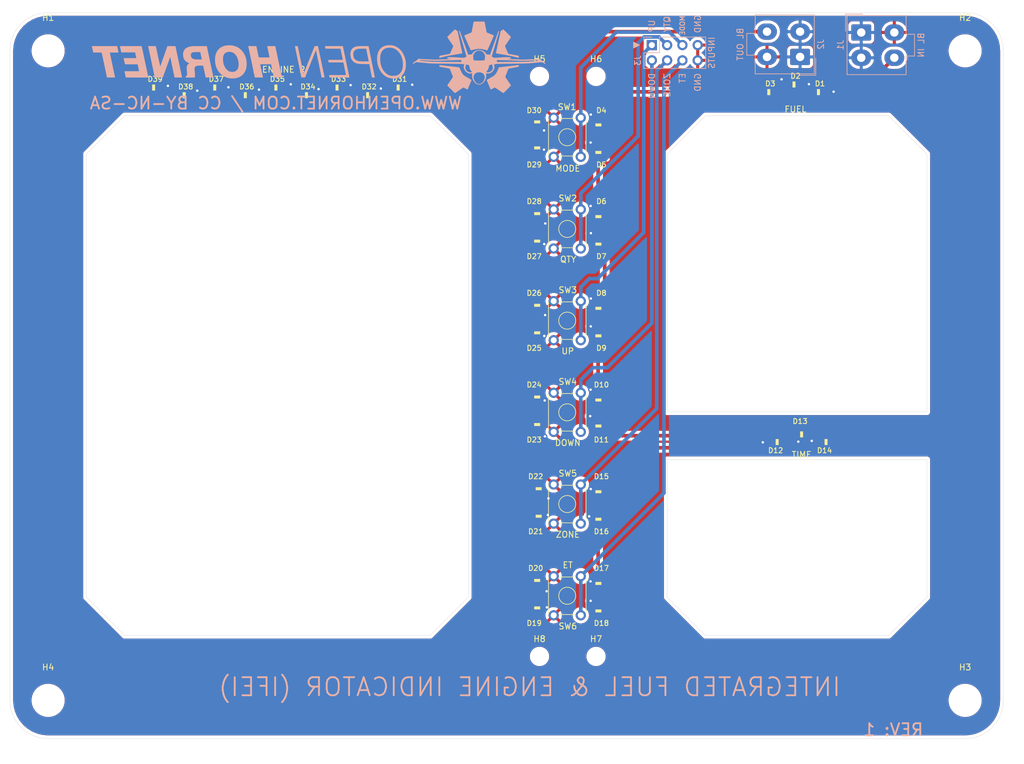
<source format=kicad_pcb>
(kicad_pcb (version 20171130) (host pcbnew "(5.1.9)-1")
  (layers (0 F.Cu signal) (31 B.Cu signal) (34 B.Paste user) (35 F.Paste user) (36 B.SilkS user) (37 F.SilkS user) (38 B.Mask user) (39 F.Mask user) (44 Edge.Cuts user))
  (net 0 "")
  (net 1 GND)
  (net 2 /BL_+5V)
  (net 3 /BL_DIN)
  (net 4 "Net-(D2-Pad1)")
  (net 5 "Net-(D3-Pad1)")
  (net 6 "Net-(D4-Pad1)")
  (net 7 "Net-(D5-Pad1)")
  (net 8 "Net-(D6-Pad1)")
  (net 9 "Net-(D7-Pad1)")
  (net 10 /BL_DATA1)
  (net 11 "Net-(D10-Pad1)")
  (net 12 "Net-(D11-Pad1)")
  (net 13 "Net-(D12-Pad1)")
  (net 14 "Net-(D13-Pad1)")
  (net 15 "Net-(D14-Pad1)")
  (net 16 "Net-(D15-Pad1)")
  (net 17 /BL_DATA2)
  (net 18 "Net-(D18-Pad1)")
  (net 19 "Net-(D19-Pad1)")
  (net 20 "Net-(D20-Pad1)")
  (net 21 "Net-(D21-Pad1)")
  (net 22 "Net-(D22-Pad1)")
  (net 23 "Net-(D23-Pad1)")
  (net 24 /BL_DATA3)
  (net 25 "Net-(D26-Pad1)")
  (net 26 "Net-(D27-Pad1)")
  (net 27 "Net-(D28-Pad1)")
  (net 28 "Net-(D29-Pad1)")
  (net 29 "Net-(D30-Pad1)")
  (net 30 "Net-(D31-Pad1)")
  (net 31 /BL_DOUT)
  (net 32 /ET_SW)
  (net 33 /ZONE_SW)
  (net 34 /DOWN_SW)
  (net 35 /UP_SW)
  (net 36 /QTY_SW)
  (net 37 /MODE_SW)
  (net 38 "Net-(D1-Pad1)")
  (net 39 "Net-(D10-Pad3)")
  (net 40 "Net-(D17-Pad1)")
  (net 41 "Net-(D25-Pad1)")
  (net 42 /BL_DATA4)
  (net 43 "Net-(D33-Pad1)")
  (net 44 "Net-(D34-Pad1)")
  (net 45 "Net-(D35-Pad1)")
  (net 46 "Net-(D36-Pad1)")
  (net 47 "Net-(D37-Pad1)")
  (net 48 "Net-(D38-Pad1)")
  (module "KiCAD Libraries:OH_LOGO_75.4mm_11.9mm" (layer B.Cu) (at 119.252999 39.5605 180)
    (fp_text reference G*** hide)
    (fp_text value LOGO hide)
  )
  (module MountingHole:MountingHole_2.2mm_M2_DIN965 (layer F.Cu) (at 155.956 139.128501)
    (fp_text reference H8 (at 0 -2.9) (layer F.SilkS))
    (fp_text value MountingHole)
    (pad 1 np_thru_hole circle (at 0 0) (size 2.2 2.2) (drill 2.2) (layers *.Cu *.Mask))
  )
  (module MountingHole:MountingHole_2.2mm_M2_DIN965 (layer F.Cu) (at 165.353999 139.128501)
    (fp_text reference H7 (at 0 -2.9) (layer F.SilkS))
    (fp_text value MountingHole)
    (pad 1 np_thru_hole circle (at 0 0) (size 2.2 2.2) (drill 2.2) (layers *.Cu *.Mask))
  )
  (module MountingHole:MountingHole_2.2mm_M2_DIN965 (layer F.Cu) (at 165.353999 42.735501)
    (fp_text reference H6 (at 0 -2.9) (layer F.SilkS))
    (fp_text value MountingHole)
    (pad 1 np_thru_hole circle (at 0 0) (size 2.2 2.2) (drill 2.2) (layers *.Cu *.Mask))
  )
  (module MountingHole:MountingHole_2.2mm_M2_DIN965 (layer F.Cu) (at 155.956 42.735501)
    (fp_text reference H5 (at 0 -2.9) (layer F.SilkS))
    (fp_text value MountingHole)
    (pad 1 np_thru_hole circle (at 0 0) (size 2.2 2.2) (drill 2.2) (layers *.Cu *.Mask))
  )
  (module "KiCAD Libraries:WS2812-2020" (layer F.Cu) (at 92.075 45.085 180)
    (fp_text reference D39 (at 0 1.905) (layer F.SilkS) (effects (font (size 0.85 0.85))))
    (fp_text value LED hide)
    (pad 4 smd rect (at -0.915 0.55 180) (size 0.7 0.7) (layers F.Cu F.Paste F.Mask) (net 2 /BL_+5V))
    (pad 3 smd rect (at -0.915 -0.55 180) (size 0.7 0.7) (layers F.Cu F.Paste F.Mask) (net 48 "Net-(D38-Pad1)"))
    (pad 2 smd rect (at 0.915 -0.55 180) (size 0.7 0.7) (layers F.Cu F.Paste F.Mask) (net 1 GND))
    (pad 1 smd rect (at 0.915 0.55 180) (size 0.7 0.7) (layers F.Cu F.Paste F.Mask) (net 31 /BL_DOUT))
  )
  (module "KiCAD Libraries:WS2812-2020" (layer F.Cu) (at 97.155 46.355 180)
    (fp_text reference D38 (at 0 1.905) (layer F.SilkS) (effects (font (size 0.85 0.85))))
    (fp_text value LED hide)
    (pad 4 smd rect (at -0.915 0.55 180) (size 0.7 0.7) (layers F.Cu F.Paste F.Mask) (net 2 /BL_+5V))
    (pad 3 smd rect (at -0.915 -0.55 180) (size 0.7 0.7) (layers F.Cu F.Paste F.Mask) (net 47 "Net-(D37-Pad1)"))
    (pad 2 smd rect (at 0.915 -0.55 180) (size 0.7 0.7) (layers F.Cu F.Paste F.Mask) (net 1 GND))
    (pad 1 smd rect (at 0.915 0.55 180) (size 0.7 0.7) (layers F.Cu F.Paste F.Mask) (net 48 "Net-(D38-Pad1)"))
  )
  (module "KiCAD Libraries:WS2812-2020" (layer F.Cu) (at 102.235 45.085 180)
    (fp_text reference D37 (at 0 1.905) (layer F.SilkS) (effects (font (size 0.85 0.85))))
    (fp_text value LED hide)
    (pad 4 smd rect (at -0.915 0.55 180) (size 0.7 0.7) (layers F.Cu F.Paste F.Mask) (net 2 /BL_+5V))
    (pad 3 smd rect (at -0.915 -0.55 180) (size 0.7 0.7) (layers F.Cu F.Paste F.Mask) (net 46 "Net-(D36-Pad1)"))
    (pad 2 smd rect (at 0.915 -0.55 180) (size 0.7 0.7) (layers F.Cu F.Paste F.Mask) (net 1 GND))
    (pad 1 smd rect (at 0.915 0.55 180) (size 0.7 0.7) (layers F.Cu F.Paste F.Mask) (net 47 "Net-(D37-Pad1)"))
  )
  (module "KiCAD Libraries:WS2812-2020" (layer F.Cu) (at 107.315 46.355 180)
    (fp_text reference D36 (at 0 1.905) (layer F.SilkS) (effects (font (size 0.85 0.85))))
    (fp_text value LED hide)
    (pad 4 smd rect (at -0.915 0.55 180) (size 0.7 0.7) (layers F.Cu F.Paste F.Mask) (net 2 /BL_+5V))
    (pad 3 smd rect (at -0.915 -0.55 180) (size 0.7 0.7) (layers F.Cu F.Paste F.Mask) (net 45 "Net-(D35-Pad1)"))
    (pad 2 smd rect (at 0.915 -0.55 180) (size 0.7 0.7) (layers F.Cu F.Paste F.Mask) (net 1 GND))
    (pad 1 smd rect (at 0.915 0.55 180) (size 0.7 0.7) (layers F.Cu F.Paste F.Mask) (net 46 "Net-(D36-Pad1)"))
  )
  (module "KiCAD Libraries:WS2812-2020" (layer F.Cu) (at 112.395 45.085 180)
    (fp_text reference D35 (at 0 1.905) (layer F.SilkS) (effects (font (size 0.85 0.85))))
    (fp_text value LED hide)
    (pad 4 smd rect (at -0.915 0.55 180) (size 0.7 0.7) (layers F.Cu F.Paste F.Mask) (net 2 /BL_+5V))
    (pad 3 smd rect (at -0.915 -0.55 180) (size 0.7 0.7) (layers F.Cu F.Paste F.Mask) (net 44 "Net-(D34-Pad1)"))
    (pad 2 smd rect (at 0.915 -0.55 180) (size 0.7 0.7) (layers F.Cu F.Paste F.Mask) (net 1 GND))
    (pad 1 smd rect (at 0.915 0.55 180) (size 0.7 0.7) (layers F.Cu F.Paste F.Mask) (net 45 "Net-(D35-Pad1)"))
  )
  (module "KiCAD Libraries:WS2812-2020" (layer F.Cu) (at 117.475 46.355 180)
    (fp_text reference D34 (at 0 1.905) (layer F.SilkS) (effects (font (size 0.85 0.85))))
    (fp_text value LED hide)
    (pad 4 smd rect (at -0.915 0.55 180) (size 0.7 0.7) (layers F.Cu F.Paste F.Mask) (net 2 /BL_+5V))
    (pad 3 smd rect (at -0.915 -0.55 180) (size 0.7 0.7) (layers F.Cu F.Paste F.Mask) (net 43 "Net-(D33-Pad1)"))
    (pad 2 smd rect (at 0.915 -0.55 180) (size 0.7 0.7) (layers F.Cu F.Paste F.Mask) (net 1 GND))
    (pad 1 smd rect (at 0.915 0.55 180) (size 0.7 0.7) (layers F.Cu F.Paste F.Mask) (net 44 "Net-(D34-Pad1)"))
  )
  (module "KiCAD Libraries:WS2812-2020" (layer F.Cu) (at 122.555 45.085 180)
    (fp_text reference D33 (at 0 1.905) (layer F.SilkS) (effects (font (size 0.85 0.85))))
    (fp_text value LED hide)
    (pad 4 smd rect (at -0.915 0.55 180) (size 0.7 0.7) (layers F.Cu F.Paste F.Mask) (net 2 /BL_+5V))
    (pad 3 smd rect (at -0.915 -0.55 180) (size 0.7 0.7) (layers F.Cu F.Paste F.Mask) (net 42 /BL_DATA4))
    (pad 2 smd rect (at 0.915 -0.55 180) (size 0.7 0.7) (layers F.Cu F.Paste F.Mask) (net 1 GND))
    (pad 1 smd rect (at 0.915 0.55 180) (size 0.7 0.7) (layers F.Cu F.Paste F.Mask) (net 43 "Net-(D33-Pad1)"))
  )
  (module Button_Switch_THT:SW_TH_Tactile_Omron_B3F-10xx (layer F.Cu) (at 162.814 125.7935 270)
    (fp_text reference SW6 (at 8.3185 2.159 180) (layer F.SilkS))
    (fp_text value ET (at -1.8415 2.159 180) (layer F.SilkS))
    (pad 1 thru_hole circle (at 0 0 270) (size 1.7 1.7) (drill 1) (layers *.Cu *.Mask) (net 32 /ET_SW))
    (pad 2 thru_hole circle (at 6.5 0 270) (size 1.7 1.7) (drill 1) (layers *.Cu *.Mask) (net 32 /ET_SW))
    (pad 3 thru_hole circle (at 0 4.5 270) (size 1.7 1.7) (drill 1) (layers *.Cu *.Mask) (net 1 GND))
    (pad 4 thru_hole circle (at 6.5 4.5 270) (size 1.7 1.7) (drill 1) (layers *.Cu *.Mask) (net 1 GND))
  )
  (module Button_Switch_THT:SW_TH_Tactile_Omron_B3F-10xx (layer F.Cu) (at 162.814 110.5535 270)
    (fp_text reference SW5 (at -1.8415 2.159 180) (layer F.SilkS))
    (fp_text value ZONE (at 8.3185 2.159 180) (layer F.SilkS))
    (pad 1 thru_hole circle (at 0 0 270) (size 1.7 1.7) (drill 1) (layers *.Cu *.Mask) (net 33 /ZONE_SW))
    (pad 2 thru_hole circle (at 6.5 0 270) (size 1.7 1.7) (drill 1) (layers *.Cu *.Mask) (net 33 /ZONE_SW))
    (pad 3 thru_hole circle (at 0 4.5 270) (size 1.7 1.7) (drill 1) (layers *.Cu *.Mask) (net 1 GND))
    (pad 4 thru_hole circle (at 6.5 4.5 270) (size 1.7 1.7) (drill 1) (layers *.Cu *.Mask) (net 1 GND))
  )
  (module Button_Switch_THT:SW_TH_Tactile_Omron_B3F-10xx (layer F.Cu) (at 162.814 95.313501 270)
    (fp_text reference SW4 (at -1.841501 2.159 180) (layer F.SilkS))
    (fp_text value DOWN (at 8.318499 2.159 180) (layer F.SilkS))
    (pad 1 thru_hole circle (at 0 0 270) (size 1.7 1.7) (drill 1) (layers *.Cu *.Mask) (net 34 /DOWN_SW))
    (pad 2 thru_hole circle (at 6.5 0 270) (size 1.7 1.7) (drill 1) (layers *.Cu *.Mask) (net 34 /DOWN_SW))
    (pad 3 thru_hole circle (at 0 4.5 270) (size 1.7 1.7) (drill 1) (layers *.Cu *.Mask) (net 1 GND))
    (pad 4 thru_hole circle (at 6.5 4.5 270) (size 1.7 1.7) (drill 1) (layers *.Cu *.Mask) (net 1 GND))
  )
  (module Button_Switch_THT:SW_TH_Tactile_Omron_B3F-10xx (layer F.Cu) (at 162.814 80.073501 270)
    (fp_text reference SW3 (at -1.841501 2.159 180) (layer F.SilkS))
    (fp_text value UP (at 8.318499 2.159 180) (layer F.SilkS))
    (pad 1 thru_hole circle (at 0 0 270) (size 1.7 1.7) (drill 1) (layers *.Cu *.Mask) (net 35 /UP_SW))
    (pad 2 thru_hole circle (at 6.5 0 270) (size 1.7 1.7) (drill 1) (layers *.Cu *.Mask) (net 35 /UP_SW))
    (pad 3 thru_hole circle (at 0 4.5 270) (size 1.7 1.7) (drill 1) (layers *.Cu *.Mask) (net 1 GND))
    (pad 4 thru_hole circle (at 6.5 4.5 270) (size 1.7 1.7) (drill 1) (layers *.Cu *.Mask) (net 1 GND))
  )
  (module Button_Switch_THT:SW_TH_Tactile_Omron_B3F-10xx (layer F.Cu) (at 162.814 64.833501 270)
    (fp_text reference SW2 (at -1.841501 2.159 180) (layer F.SilkS))
    (fp_text value QTY (at 8.318499 2.0955 180) (layer F.SilkS))
    (pad 1 thru_hole circle (at 0 0 270) (size 1.7 1.7) (drill 1) (layers *.Cu *.Mask) (net 36 /QTY_SW))
    (pad 2 thru_hole circle (at 6.5 0 270) (size 1.7 1.7) (drill 1) (layers *.Cu *.Mask) (net 36 /QTY_SW))
    (pad 3 thru_hole circle (at 0 4.5 270) (size 1.7 1.7) (drill 1) (layers *.Cu *.Mask) (net 1 GND))
    (pad 4 thru_hole circle (at 6.5 4.5 270) (size 1.7 1.7) (drill 1) (layers *.Cu *.Mask) (net 1 GND))
  )
  (module Button_Switch_THT:SW_TH_Tactile_Omron_B3F-10xx (layer F.Cu) (at 162.814 49.5935 270)
    (fp_text reference SW1 (at -1.778 2.286 180) (layer F.SilkS))
    (fp_text value MODE (at 8.4455 2.159 180) (layer F.SilkS))
    (pad 1 thru_hole circle (at 0 0 270) (size 1.7 1.7) (drill 1) (layers *.Cu *.Mask) (net 37 /MODE_SW))
    (pad 2 thru_hole circle (at 6.5 0 270) (size 1.7 1.7) (drill 1) (layers *.Cu *.Mask) (net 37 /MODE_SW))
    (pad 3 thru_hole circle (at 0 4.5 270) (size 1.7 1.7) (drill 1) (layers *.Cu *.Mask) (net 1 GND))
    (pad 4 thru_hole circle (at 6.5 4.5 270) (size 1.7 1.7) (drill 1) (layers *.Cu *.Mask) (net 1 GND))
  )
  (module Connector_PinHeader_2.54mm:PinHeader_2x04_P2.54mm_Vertical (layer B.Cu) (at 174.624999 37.5285 270)
    (fp_text reference J3 (at 2.54 2.33 270) (layer B.SilkS) (effects (justify mirror)))
    (fp_text value INPUTS (at 1.27 -9.95 270) (layer B.SilkS) (effects (justify mirror)))
    (pad 8 thru_hole oval (at 2.54 -7.62 270) (size 1.7 1.7) (drill 1) (layers *.Cu *.Mask) (net 1 GND))
    (pad 7 thru_hole oval (at 0 -7.62 270) (size 1.7 1.7) (drill 1) (layers *.Cu *.Mask) (net 1 GND))
    (pad 6 thru_hole oval (at 2.54 -5.08 270) (size 1.7 1.7) (drill 1) (layers *.Cu *.Mask) (net 32 /ET_SW))
    (pad 5 thru_hole oval (at 0 -5.08 270) (size 1.7 1.7) (drill 1) (layers *.Cu *.Mask) (net 37 /MODE_SW))
    (pad 4 thru_hole oval (at 2.54 -2.54 270) (size 1.7 1.7) (drill 1) (layers *.Cu *.Mask) (net 33 /ZONE_SW))
    (pad 3 thru_hole oval (at 0 -2.54 270) (size 1.7 1.7) (drill 1) (layers *.Cu *.Mask) (net 36 /QTY_SW))
    (pad 2 thru_hole oval (at 2.54 0 270) (size 1.7 1.7) (drill 1) (layers *.Cu *.Mask) (net 34 /DOWN_SW))
    (pad 1 thru_hole rect (at 0 0 270) (size 1.7 1.7) (drill 1) (layers *.Cu *.Mask) (net 35 /UP_SW))
  )
  (module Connector_Molex:Molex_Mini-Fit_Jr_5566-04A_2x02_P4.20mm_Vertical (layer B.Cu) (at 199.263 39.497 90)
    (fp_text reference J2 (at 2.1 3.45 90) (layer B.SilkS) (effects (justify mirror)))
    (fp_text value "BL OUT" (at 2.1 -9.95 90) (layer B.SilkS) (effects (justify mirror)))
    (pad 4 thru_hole oval (at 4.2 -5.5 90) (size 2.7 3.3) (drill 1.4) (layers *.Cu *.Mask) (net 31 /BL_DOUT))
    (pad 3 thru_hole oval (at 0 -5.5 90) (size 2.7 3.3) (drill 1.4) (layers *.Cu *.Mask) (net 1 GND))
    (pad 2 thru_hole oval (at 4.2 0 90) (size 2.7 3.3) (drill 1.4) (layers *.Cu *.Mask) (net 2 /BL_+5V))
    (pad 1 thru_hole roundrect (at 0 0 90) (size 2.7 3.3) (drill 1.4) (layers *.Cu *.Mask) (roundrect_rratio 0.09259296296296296) (net 2 /BL_+5V))
  )
  (module Connector_Molex:Molex_Mini-Fit_Jr_5566-04A_2x02_P4.20mm_Vertical (layer B.Cu) (at 209.423 35.433 270)
    (fp_text reference J1 (at 2.1 3.45 270) (layer B.SilkS) (effects (justify mirror)))
    (fp_text value "BL IN" (at 2.1 -9.95 270) (layer B.SilkS) (effects (justify mirror)))
    (pad 4 thru_hole oval (at 4.2 -5.5 270) (size 2.7 3.3) (drill 1.4) (layers *.Cu *.Mask) (net 3 /BL_DIN))
    (pad 3 thru_hole oval (at 0 -5.5 270) (size 2.7 3.3) (drill 1.4) (layers *.Cu *.Mask) (net 1 GND))
    (pad 2 thru_hole oval (at 4.2 0 270) (size 2.7 3.3) (drill 1.4) (layers *.Cu *.Mask) (net 2 /BL_+5V))
    (pad 1 thru_hole roundrect (at 0 0 270) (size 2.7 3.3) (drill 1.4) (layers *.Cu *.Mask) (roundrect_rratio 0.09259296296296296) (net 2 /BL_+5V))
  )
  (module MountingHole:MountingHole_4.5mm (layer F.Cu) (at 74.295 146.431)
    (fp_text reference H4 (at 0 -5.5) (layer F.SilkS))
    (fp_text value MountingHole)
    (pad 1 np_thru_hole circle (at 0 0) (size 4.5 4.5) (drill 4.5) (layers *.Cu *.Mask))
  )
  (module MountingHole:MountingHole_4.5mm (layer F.Cu) (at 226.695 146.431)
    (fp_text reference H3 (at 0 -5.5) (layer F.SilkS))
    (fp_text value MountingHole)
    (pad 1 np_thru_hole circle (at 0 0) (size 4.5 4.5) (drill 4.5) (layers *.Cu *.Mask))
  )
  (module MountingHole:MountingHole_4.5mm (layer F.Cu) (at 226.695 38.481)
    (fp_text reference H2 (at 0 -5.5) (layer F.SilkS))
    (fp_text value MountingHole)
    (pad 1 np_thru_hole circle (at 0 0) (size 4.5 4.5) (drill 4.5) (layers *.Cu *.Mask))
  )
  (module MountingHole:MountingHole_4.5mm (layer F.Cu) (at 74.295 38.481)
    (fp_text reference H1 (at 0 -5.5) (layer F.SilkS))
    (fp_text value MountingHole)
    (pad 1 np_thru_hole circle (at 0 0) (size 4.5 4.5) (drill 4.5) (layers *.Cu *.Mask))
  )
  (module "KiCAD Libraries:WS2812-2020" (layer F.Cu) (at 127.635 46.355 180)
    (fp_text reference D32 (at 0 1.905) (layer F.SilkS) (effects (font (size 0.85 0.85))))
    (fp_text value LED hide)
    (pad 4 smd rect (at -0.915 0.55 180) (size 0.7 0.7) (layers F.Cu F.Paste F.Mask) (net 2 /BL_+5V))
    (pad 3 smd rect (at -0.915 -0.55 180) (size 0.7 0.7) (layers F.Cu F.Paste F.Mask) (net 30 "Net-(D31-Pad1)"))
    (pad 2 smd rect (at 0.915 -0.55 180) (size 0.7 0.7) (layers F.Cu F.Paste F.Mask) (net 1 GND))
    (pad 1 smd rect (at 0.915 0.55 180) (size 0.7 0.7) (layers F.Cu F.Paste F.Mask) (net 42 /BL_DATA4))
  )
  (module "KiCAD Libraries:WS2812-2020" (layer F.Cu) (at 132.715 45.085 180)
    (fp_text reference D31 (at 0 1.905) (layer F.SilkS) (effects (font (size 0.85 0.85))))
    (fp_text value LED hide)
    (pad 4 smd rect (at -0.915 0.55 180) (size 0.7 0.7) (layers F.Cu F.Paste F.Mask) (net 2 /BL_+5V))
    (pad 3 smd rect (at -0.915 -0.55 180) (size 0.7 0.7) (layers F.Cu F.Paste F.Mask) (net 29 "Net-(D30-Pad1)"))
    (pad 2 smd rect (at 0.915 -0.55 180) (size 0.7 0.7) (layers F.Cu F.Paste F.Mask) (net 1 GND))
    (pad 1 smd rect (at 0.915 0.55 180) (size 0.7 0.7) (layers F.Cu F.Paste F.Mask) (net 30 "Net-(D31-Pad1)"))
  )
  (module "KiCAD Libraries:WS2812-2020" (layer F.Cu) (at 155.067 50.546 90)
    (fp_text reference D30 (at 2.159 0 180) (layer F.SilkS) (effects (font (size 0.85 0.85))))
    (fp_text value LED hide)
    (pad 4 smd rect (at -0.915 0.55 90) (size 0.7 0.7) (layers F.Cu F.Paste F.Mask) (net 2 /BL_+5V))
    (pad 3 smd rect (at -0.915 -0.55 90) (size 0.7 0.7) (layers F.Cu F.Paste F.Mask) (net 28 "Net-(D29-Pad1)"))
    (pad 2 smd rect (at 0.915 -0.55 90) (size 0.7 0.7) (layers F.Cu F.Paste F.Mask) (net 1 GND))
    (pad 1 smd rect (at 0.915 0.55 90) (size 0.7 0.7) (layers F.Cu F.Paste F.Mask) (net 29 "Net-(D30-Pad1)"))
  )
  (module "KiCAD Libraries:WS2812-2020" (layer F.Cu) (at 155.067 54.864 90)
    (fp_text reference D29 (at -2.54 0 180) (layer F.SilkS) (effects (font (size 0.85 0.85))))
    (fp_text value LED hide)
    (pad 4 smd rect (at -0.915 0.55 90) (size 0.7 0.7) (layers F.Cu F.Paste F.Mask) (net 2 /BL_+5V))
    (pad 3 smd rect (at -0.915 -0.55 90) (size 0.7 0.7) (layers F.Cu F.Paste F.Mask) (net 27 "Net-(D28-Pad1)"))
    (pad 2 smd rect (at 0.915 -0.55 90) (size 0.7 0.7) (layers F.Cu F.Paste F.Mask) (net 1 GND))
    (pad 1 smd rect (at 0.915 0.55 90) (size 0.7 0.7) (layers F.Cu F.Paste F.Mask) (net 28 "Net-(D29-Pad1)"))
  )
  (module "KiCAD Libraries:WS2812-2020" (layer F.Cu) (at 155.067 65.786 90)
    (fp_text reference D28 (at 2.286 0 180) (layer F.SilkS) (effects (font (size 0.85 0.85))))
    (fp_text value LED hide)
    (pad 4 smd rect (at -0.915 0.55 90) (size 0.7 0.7) (layers F.Cu F.Paste F.Mask) (net 2 /BL_+5V))
    (pad 3 smd rect (at -0.915 -0.55 90) (size 0.7 0.7) (layers F.Cu F.Paste F.Mask) (net 26 "Net-(D27-Pad1)"))
    (pad 2 smd rect (at 0.915 -0.55 90) (size 0.7 0.7) (layers F.Cu F.Paste F.Mask) (net 1 GND))
    (pad 1 smd rect (at 0.915 0.55 90) (size 0.7 0.7) (layers F.Cu F.Paste F.Mask) (net 27 "Net-(D28-Pad1)"))
  )
  (module "KiCAD Libraries:WS2812-2020" (layer F.Cu) (at 155.067 70.358 90)
    (fp_text reference D27 (at -2.286 0 180) (layer F.SilkS) (effects (font (size 0.85 0.85))))
    (fp_text value LED hide)
    (pad 4 smd rect (at -0.915 0.55 90) (size 0.7 0.7) (layers F.Cu F.Paste F.Mask) (net 2 /BL_+5V))
    (pad 3 smd rect (at -0.915 -0.55 90) (size 0.7 0.7) (layers F.Cu F.Paste F.Mask) (net 25 "Net-(D26-Pad1)"))
    (pad 2 smd rect (at 0.915 -0.55 90) (size 0.7 0.7) (layers F.Cu F.Paste F.Mask) (net 1 GND))
    (pad 1 smd rect (at 0.915 0.55 90) (size 0.7 0.7) (layers F.Cu F.Paste F.Mask) (net 26 "Net-(D27-Pad1)"))
  )
  (module "KiCAD Libraries:WS2812-2020" (layer F.Cu) (at 155.067 81.026 90)
    (fp_text reference D26 (at 2.286 0 180) (layer F.SilkS) (effects (font (size 0.85 0.85))))
    (fp_text value LED hide)
    (pad 4 smd rect (at -0.915 0.55 90) (size 0.7 0.7) (layers F.Cu F.Paste F.Mask) (net 2 /BL_+5V))
    (pad 3 smd rect (at -0.915 -0.55 90) (size 0.7 0.7) (layers F.Cu F.Paste F.Mask) (net 41 "Net-(D25-Pad1)"))
    (pad 2 smd rect (at 0.915 -0.55 90) (size 0.7 0.7) (layers F.Cu F.Paste F.Mask) (net 1 GND))
    (pad 1 smd rect (at 0.915 0.55 90) (size 0.7 0.7) (layers F.Cu F.Paste F.Mask) (net 25 "Net-(D26-Pad1)"))
  )
  (module "KiCAD Libraries:WS2812-2020" (layer F.Cu) (at 155.067 85.598 90)
    (fp_text reference D25 (at -2.286 0 180) (layer F.SilkS) (effects (font (size 0.85 0.85))))
    (fp_text value LED hide)
    (pad 4 smd rect (at -0.915 0.55 90) (size 0.7 0.7) (layers F.Cu F.Paste F.Mask) (net 2 /BL_+5V))
    (pad 3 smd rect (at -0.915 -0.55 90) (size 0.7 0.7) (layers F.Cu F.Paste F.Mask) (net 24 /BL_DATA3))
    (pad 2 smd rect (at 0.915 -0.55 90) (size 0.7 0.7) (layers F.Cu F.Paste F.Mask) (net 1 GND))
    (pad 1 smd rect (at 0.915 0.55 90) (size 0.7 0.7) (layers F.Cu F.Paste F.Mask) (net 41 "Net-(D25-Pad1)"))
  )
  (module "KiCAD Libraries:WS2812-2020" (layer F.Cu) (at 155.067 96.266 90)
    (fp_text reference D24 (at 2.286 0 180) (layer F.SilkS) (effects (font (size 0.85 0.85))))
    (fp_text value LED hide)
    (pad 4 smd rect (at -0.915 0.55 90) (size 0.7 0.7) (layers F.Cu F.Paste F.Mask) (net 2 /BL_+5V))
    (pad 3 smd rect (at -0.915 -0.55 90) (size 0.7 0.7) (layers F.Cu F.Paste F.Mask) (net 23 "Net-(D23-Pad1)"))
    (pad 2 smd rect (at 0.915 -0.55 90) (size 0.7 0.7) (layers F.Cu F.Paste F.Mask) (net 1 GND))
    (pad 1 smd rect (at 0.915 0.55 90) (size 0.7 0.7) (layers F.Cu F.Paste F.Mask) (net 24 /BL_DATA3))
  )
  (module "KiCAD Libraries:WS2812-2020" (layer F.Cu) (at 155.067 100.838 90)
    (fp_text reference D23 (at -2.286 0 180) (layer F.SilkS) (effects (font (size 0.85 0.85))))
    (fp_text value LED hide)
    (pad 4 smd rect (at -0.915 0.55 90) (size 0.7 0.7) (layers F.Cu F.Paste F.Mask) (net 2 /BL_+5V))
    (pad 3 smd rect (at -0.915 -0.55 90) (size 0.7 0.7) (layers F.Cu F.Paste F.Mask) (net 22 "Net-(D22-Pad1)"))
    (pad 2 smd rect (at 0.915 -0.55 90) (size 0.7 0.7) (layers F.Cu F.Paste F.Mask) (net 1 GND))
    (pad 1 smd rect (at 0.915 0.55 90) (size 0.7 0.7) (layers F.Cu F.Paste F.Mask) (net 23 "Net-(D23-Pad1)"))
  )
  (module "KiCAD Libraries:WS2812-2020" (layer F.Cu) (at 155.321 111.506 90)
    (fp_text reference D22 (at 2.286 0 180) (layer F.SilkS) (effects (font (size 0.85 0.85))))
    (fp_text value LED hide)
    (pad 4 smd rect (at -0.915 0.55 90) (size 0.7 0.7) (layers F.Cu F.Paste F.Mask) (net 2 /BL_+5V))
    (pad 3 smd rect (at -0.915 -0.55 90) (size 0.7 0.7) (layers F.Cu F.Paste F.Mask) (net 21 "Net-(D21-Pad1)"))
    (pad 2 smd rect (at 0.915 -0.55 90) (size 0.7 0.7) (layers F.Cu F.Paste F.Mask) (net 1 GND))
    (pad 1 smd rect (at 0.915 0.55 90) (size 0.7 0.7) (layers F.Cu F.Paste F.Mask) (net 22 "Net-(D22-Pad1)"))
  )
  (module "KiCAD Libraries:WS2812-2020" (layer F.Cu) (at 155.321 116.078 90)
    (fp_text reference D21 (at -2.286 0 180) (layer F.SilkS) (effects (font (size 0.85 0.85))))
    (fp_text value LED hide)
    (pad 4 smd rect (at -0.915 0.55 90) (size 0.7 0.7) (layers F.Cu F.Paste F.Mask) (net 2 /BL_+5V))
    (pad 3 smd rect (at -0.915 -0.55 90) (size 0.7 0.7) (layers F.Cu F.Paste F.Mask) (net 20 "Net-(D20-Pad1)"))
    (pad 2 smd rect (at 0.915 -0.55 90) (size 0.7 0.7) (layers F.Cu F.Paste F.Mask) (net 1 GND))
    (pad 1 smd rect (at 0.915 0.55 90) (size 0.7 0.7) (layers F.Cu F.Paste F.Mask) (net 21 "Net-(D21-Pad1)"))
  )
  (module "KiCAD Libraries:WS2812-2020" (layer F.Cu) (at 155.067 126.746 90)
    (fp_text reference D20 (at 2.286 0.254 180) (layer F.SilkS) (effects (font (size 0.85 0.85))))
    (fp_text value LED hide)
    (pad 4 smd rect (at -0.915 0.55 90) (size 0.7 0.7) (layers F.Cu F.Paste F.Mask) (net 2 /BL_+5V))
    (pad 3 smd rect (at -0.915 -0.55 90) (size 0.7 0.7) (layers F.Cu F.Paste F.Mask) (net 19 "Net-(D19-Pad1)"))
    (pad 2 smd rect (at 0.915 -0.55 90) (size 0.7 0.7) (layers F.Cu F.Paste F.Mask) (net 1 GND))
    (pad 1 smd rect (at 0.915 0.55 90) (size 0.7 0.7) (layers F.Cu F.Paste F.Mask) (net 20 "Net-(D20-Pad1)"))
  )
  (module "KiCAD Libraries:WS2812-2020" (layer F.Cu) (at 155.067 131.318 90)
    (fp_text reference D19 (at -2.286 0 180) (layer F.SilkS) (effects (font (size 0.85 0.85))))
    (fp_text value LED hide)
    (pad 4 smd rect (at -0.915 0.55 90) (size 0.7 0.7) (layers F.Cu F.Paste F.Mask) (net 2 /BL_+5V))
    (pad 3 smd rect (at -0.915 -0.55 90) (size 0.7 0.7) (layers F.Cu F.Paste F.Mask) (net 18 "Net-(D18-Pad1)"))
    (pad 2 smd rect (at 0.915 -0.55 90) (size 0.7 0.7) (layers F.Cu F.Paste F.Mask) (net 1 GND))
    (pad 1 smd rect (at 0.915 0.55 90) (size 0.7 0.7) (layers F.Cu F.Paste F.Mask) (net 19 "Net-(D19-Pad1)"))
  )
  (module "KiCAD Libraries:WS2812-2020" (layer F.Cu) (at 166.243 131.318 270)
    (fp_text reference D18 (at 2.286 0 180) (layer F.SilkS) (effects (font (size 0.85 0.85))))
    (fp_text value LED hide)
    (pad 4 smd rect (at -0.915 0.55 270) (size 0.7 0.7) (layers F.Cu F.Paste F.Mask) (net 2 /BL_+5V))
    (pad 3 smd rect (at -0.915 -0.55 270) (size 0.7 0.7) (layers F.Cu F.Paste F.Mask) (net 40 "Net-(D17-Pad1)"))
    (pad 2 smd rect (at 0.915 -0.55 270) (size 0.7 0.7) (layers F.Cu F.Paste F.Mask) (net 1 GND))
    (pad 1 smd rect (at 0.915 0.55 270) (size 0.7 0.7) (layers F.Cu F.Paste F.Mask) (net 18 "Net-(D18-Pad1)"))
  )
  (module "KiCAD Libraries:WS2812-2020" (layer F.Cu) (at 166.243 126.746 270)
    (fp_text reference D17 (at -2.286 0 180) (layer F.SilkS) (effects (font (size 0.85 0.85))))
    (fp_text value LED hide)
    (pad 4 smd rect (at -0.915 0.55 270) (size 0.7 0.7) (layers F.Cu F.Paste F.Mask) (net 2 /BL_+5V))
    (pad 3 smd rect (at -0.915 -0.55 270) (size 0.7 0.7) (layers F.Cu F.Paste F.Mask) (net 17 /BL_DATA2))
    (pad 2 smd rect (at 0.915 -0.55 270) (size 0.7 0.7) (layers F.Cu F.Paste F.Mask) (net 1 GND))
    (pad 1 smd rect (at 0.915 0.55 270) (size 0.7 0.7) (layers F.Cu F.Paste F.Mask) (net 40 "Net-(D17-Pad1)"))
  )
  (module "KiCAD Libraries:WS2812-2020" (layer F.Cu) (at 166.243 116.078 270)
    (fp_text reference D16 (at 2.286 0 180) (layer F.SilkS) (effects (font (size 0.85 0.85))))
    (fp_text value LED hide)
    (pad 4 smd rect (at -0.915 0.55 270) (size 0.7 0.7) (layers F.Cu F.Paste F.Mask) (net 2 /BL_+5V))
    (pad 3 smd rect (at -0.915 -0.55 270) (size 0.7 0.7) (layers F.Cu F.Paste F.Mask) (net 16 "Net-(D15-Pad1)"))
    (pad 2 smd rect (at 0.915 -0.55 270) (size 0.7 0.7) (layers F.Cu F.Paste F.Mask) (net 1 GND))
    (pad 1 smd rect (at 0.915 0.55 270) (size 0.7 0.7) (layers F.Cu F.Paste F.Mask) (net 17 /BL_DATA2))
  )
  (module "KiCAD Libraries:WS2812-2020" (layer F.Cu) (at 166.243 111.506 270)
    (fp_text reference D15 (at -2.286 0 180) (layer F.SilkS) (effects (font (size 0.85 0.85))))
    (fp_text value LED hide)
    (pad 4 smd rect (at -0.915 0.55 270) (size 0.7 0.7) (layers F.Cu F.Paste F.Mask) (net 2 /BL_+5V))
    (pad 3 smd rect (at -0.915 -0.55 270) (size 0.7 0.7) (layers F.Cu F.Paste F.Mask) (net 15 "Net-(D14-Pad1)"))
    (pad 2 smd rect (at 0.915 -0.55 270) (size 0.7 0.7) (layers F.Cu F.Paste F.Mask) (net 1 GND))
    (pad 1 smd rect (at 0.915 0.55 270) (size 0.7 0.7) (layers F.Cu F.Paste F.Mask) (net 16 "Net-(D15-Pad1)"))
  )
  (module "KiCAD Libraries:WS2812-2020" (layer F.Cu) (at 203.327 102.997)
    (fp_text reference D14 (at 0 1.905) (layer F.SilkS) (effects (font (size 0.85 0.85))))
    (fp_text value LED hide)
    (pad 4 smd rect (at -0.915 0.55) (size 0.7 0.7) (layers F.Cu F.Paste F.Mask) (net 2 /BL_+5V))
    (pad 3 smd rect (at -0.915 -0.55) (size 0.7 0.7) (layers F.Cu F.Paste F.Mask) (net 14 "Net-(D13-Pad1)"))
    (pad 2 smd rect (at 0.915 -0.55) (size 0.7 0.7) (layers F.Cu F.Paste F.Mask) (net 1 GND))
    (pad 1 smd rect (at 0.915 0.55) (size 0.7 0.7) (layers F.Cu F.Paste F.Mask) (net 15 "Net-(D14-Pad1)"))
  )
  (module "KiCAD Libraries:WS2812-2020" (layer F.Cu) (at 199.263 101.727)
    (fp_text reference D13 (at 0 -1.681499) (layer F.SilkS) (effects (font (size 0.85 0.85))))
    (fp_text value LED hide)
    (pad 4 smd rect (at -0.915 0.55) (size 0.7 0.7) (layers F.Cu F.Paste F.Mask) (net 2 /BL_+5V))
    (pad 3 smd rect (at -0.915 -0.55) (size 0.7 0.7) (layers F.Cu F.Paste F.Mask) (net 13 "Net-(D12-Pad1)"))
    (pad 2 smd rect (at 0.915 -0.55) (size 0.7 0.7) (layers F.Cu F.Paste F.Mask) (net 1 GND))
    (pad 1 smd rect (at 0.915 0.55) (size 0.7 0.7) (layers F.Cu F.Paste F.Mask) (net 14 "Net-(D13-Pad1)"))
  )
  (module "KiCAD Libraries:WS2812-2020" (layer F.Cu) (at 195.199 102.997)
    (fp_text reference D12 (at 0 1.905) (layer F.SilkS) (effects (font (size 0.85 0.85))))
    (fp_text value LED hide)
    (pad 4 smd rect (at -0.915 0.55) (size 0.7 0.7) (layers F.Cu F.Paste F.Mask) (net 2 /BL_+5V))
    (pad 3 smd rect (at -0.915 -0.55) (size 0.7 0.7) (layers F.Cu F.Paste F.Mask) (net 12 "Net-(D11-Pad1)"))
    (pad 2 smd rect (at 0.915 -0.55) (size 0.7 0.7) (layers F.Cu F.Paste F.Mask) (net 1 GND))
    (pad 1 smd rect (at 0.915 0.55) (size 0.7 0.7) (layers F.Cu F.Paste F.Mask) (net 13 "Net-(D12-Pad1)"))
  )
  (module "KiCAD Libraries:WS2812-2020" (layer F.Cu) (at 166.243 100.584 270)
    (fp_text reference D11 (at 2.54 0 180) (layer F.SilkS) (effects (font (size 0.85 0.85))))
    (fp_text value LED hide)
    (pad 4 smd rect (at -0.915 0.55 270) (size 0.7 0.7) (layers F.Cu F.Paste F.Mask) (net 2 /BL_+5V))
    (pad 3 smd rect (at -0.915 -0.55 270) (size 0.7 0.7) (layers F.Cu F.Paste F.Mask) (net 11 "Net-(D10-Pad1)"))
    (pad 2 smd rect (at 0.915 -0.55 270) (size 0.7 0.7) (layers F.Cu F.Paste F.Mask) (net 1 GND))
    (pad 1 smd rect (at 0.915 0.55 270) (size 0.7 0.7) (layers F.Cu F.Paste F.Mask) (net 12 "Net-(D11-Pad1)"))
  )
  (module "KiCAD Libraries:WS2812-2020" (layer F.Cu) (at 166.243 96.266 270)
    (fp_text reference D10 (at -2.286 0 180) (layer F.SilkS) (effects (font (size 0.85 0.85))))
    (fp_text value LED hide)
    (pad 4 smd rect (at -0.915 0.55 270) (size 0.7 0.7) (layers F.Cu F.Paste F.Mask) (net 2 /BL_+5V))
    (pad 3 smd rect (at -0.915 -0.55 270) (size 0.7 0.7) (layers F.Cu F.Paste F.Mask) (net 39 "Net-(D10-Pad3)"))
    (pad 2 smd rect (at 0.915 -0.55 270) (size 0.7 0.7) (layers F.Cu F.Paste F.Mask) (net 1 GND))
    (pad 1 smd rect (at 0.915 0.55 270) (size 0.7 0.7) (layers F.Cu F.Paste F.Mask) (net 11 "Net-(D10-Pad1)"))
  )
  (module "KiCAD Libraries:WS2812-2020" (layer F.Cu) (at 166.243 85.598 270)
    (fp_text reference D9 (at 2.286 0 180) (layer F.SilkS) (effects (font (size 0.85 0.85))))
    (fp_text value LED hide)
    (pad 4 smd rect (at -0.915 0.55 270) (size 0.7 0.7) (layers F.Cu F.Paste F.Mask) (net 2 /BL_+5V))
    (pad 3 smd rect (at -0.915 -0.55 270) (size 0.7 0.7) (layers F.Cu F.Paste F.Mask) (net 10 /BL_DATA1))
    (pad 2 smd rect (at 0.915 -0.55 270) (size 0.7 0.7) (layers F.Cu F.Paste F.Mask) (net 1 GND))
    (pad 1 smd rect (at 0.915 0.55 270) (size 0.7 0.7) (layers F.Cu F.Paste F.Mask) (net 39 "Net-(D10-Pad3)"))
  )
  (module "KiCAD Libraries:WS2812-2020" (layer F.Cu) (at 166.243 81.026 270)
    (fp_text reference D8 (at -2.286 0 180) (layer F.SilkS) (effects (font (size 0.85 0.85))))
    (fp_text value LED hide)
    (pad 4 smd rect (at -0.915 0.55 270) (size 0.7 0.7) (layers F.Cu F.Paste F.Mask) (net 2 /BL_+5V))
    (pad 3 smd rect (at -0.915 -0.55 270) (size 0.7 0.7) (layers F.Cu F.Paste F.Mask) (net 9 "Net-(D7-Pad1)"))
    (pad 2 smd rect (at 0.915 -0.55 270) (size 0.7 0.7) (layers F.Cu F.Paste F.Mask) (net 1 GND))
    (pad 1 smd rect (at 0.915 0.55 270) (size 0.7 0.7) (layers F.Cu F.Paste F.Mask) (net 10 /BL_DATA1))
  )
  (module "KiCAD Libraries:WS2812-2020" (layer F.Cu) (at 166.243 70.358 270)
    (fp_text reference D7 (at 2.286 0 180) (layer F.SilkS) (effects (font (size 0.85 0.85))))
    (fp_text value LED hide)
    (pad 4 smd rect (at -0.915 0.55 270) (size 0.7 0.7) (layers F.Cu F.Paste F.Mask) (net 2 /BL_+5V))
    (pad 3 smd rect (at -0.915 -0.55 270) (size 0.7 0.7) (layers F.Cu F.Paste F.Mask) (net 8 "Net-(D6-Pad1)"))
    (pad 2 smd rect (at 0.915 -0.55 270) (size 0.7 0.7) (layers F.Cu F.Paste F.Mask) (net 1 GND))
    (pad 1 smd rect (at 0.915 0.55 270) (size 0.7 0.7) (layers F.Cu F.Paste F.Mask) (net 9 "Net-(D7-Pad1)"))
  )
  (module "KiCAD Libraries:WS2812-2020" (layer F.Cu) (at 166.243 65.786 270)
    (fp_text reference D6 (at -2.286 0 180) (layer F.SilkS) (effects (font (size 0.85 0.85))))
    (fp_text value LED hide)
    (pad 4 smd rect (at -0.915 0.55 270) (size 0.7 0.7) (layers F.Cu F.Paste F.Mask) (net 2 /BL_+5V))
    (pad 3 smd rect (at -0.915 -0.55 270) (size 0.7 0.7) (layers F.Cu F.Paste F.Mask) (net 7 "Net-(D5-Pad1)"))
    (pad 2 smd rect (at 0.915 -0.55 270) (size 0.7 0.7) (layers F.Cu F.Paste F.Mask) (net 1 GND))
    (pad 1 smd rect (at 0.915 0.55 270) (size 0.7 0.7) (layers F.Cu F.Paste F.Mask) (net 8 "Net-(D6-Pad1)"))
  )
  (module "KiCAD Libraries:WS2812-2020" (layer F.Cu) (at 166.243 55.118 270)
    (fp_text reference D5 (at 2.286 0 180) (layer F.SilkS) (effects (font (size 0.85 0.85))))
    (fp_text value LED hide)
    (pad 4 smd rect (at -0.915 0.55 270) (size 0.7 0.7) (layers F.Cu F.Paste F.Mask) (net 2 /BL_+5V))
    (pad 3 smd rect (at -0.915 -0.55 270) (size 0.7 0.7) (layers F.Cu F.Paste F.Mask) (net 6 "Net-(D4-Pad1)"))
    (pad 2 smd rect (at 0.915 -0.55 270) (size 0.7 0.7) (layers F.Cu F.Paste F.Mask) (net 1 GND))
    (pad 1 smd rect (at 0.915 0.55 270) (size 0.7 0.7) (layers F.Cu F.Paste F.Mask) (net 7 "Net-(D5-Pad1)"))
  )
  (module "KiCAD Libraries:WS2812-2020" (layer F.Cu) (at 166.243 50.546 270)
    (fp_text reference D4 (at -2.159 0 180) (layer F.SilkS) (effects (font (size 0.85 0.85))))
    (fp_text value LED hide)
    (pad 4 smd rect (at -0.915 0.55 270) (size 0.7 0.7) (layers F.Cu F.Paste F.Mask) (net 2 /BL_+5V))
    (pad 3 smd rect (at -0.915 -0.55 270) (size 0.7 0.7) (layers F.Cu F.Paste F.Mask) (net 5 "Net-(D3-Pad1)"))
    (pad 2 smd rect (at 0.915 -0.55 270) (size 0.7 0.7) (layers F.Cu F.Paste F.Mask) (net 1 GND))
    (pad 1 smd rect (at 0.915 0.55 270) (size 0.7 0.7) (layers F.Cu F.Paste F.Mask) (net 6 "Net-(D4-Pad1)"))
  )
  (module "KiCAD Libraries:WS2812-2020" (layer F.Cu) (at 194.31 45.847 180)
    (fp_text reference D3 (at 0 1.905) (layer F.SilkS) (effects (font (size 0.85 0.85))))
    (fp_text value LED hide)
    (pad 4 smd rect (at -0.915 0.55 180) (size 0.7 0.7) (layers F.Cu F.Paste F.Mask) (net 2 /BL_+5V))
    (pad 3 smd rect (at -0.915 -0.55 180) (size 0.7 0.7) (layers F.Cu F.Paste F.Mask) (net 4 "Net-(D2-Pad1)"))
    (pad 2 smd rect (at 0.915 -0.55 180) (size 0.7 0.7) (layers F.Cu F.Paste F.Mask) (net 1 GND))
    (pad 1 smd rect (at 0.915 0.55 180) (size 0.7 0.7) (layers F.Cu F.Paste F.Mask) (net 5 "Net-(D3-Pad1)"))
  )
  (module "KiCAD Libraries:WS2812-2020" (layer F.Cu) (at 198.501 44.577 180)
    (fp_text reference D2 (at 0 1.905) (layer F.SilkS) (effects (font (size 0.85 0.85))))
    (fp_text value LED hide)
    (pad 4 smd rect (at -0.915 0.55 180) (size 0.7 0.7) (layers F.Cu F.Paste F.Mask) (net 2 /BL_+5V))
    (pad 3 smd rect (at -0.915 -0.55 180) (size 0.7 0.7) (layers F.Cu F.Paste F.Mask) (net 38 "Net-(D1-Pad1)"))
    (pad 2 smd rect (at 0.915 -0.55 180) (size 0.7 0.7) (layers F.Cu F.Paste F.Mask) (net 1 GND))
    (pad 1 smd rect (at 0.915 0.55 180) (size 0.7 0.7) (layers F.Cu F.Paste F.Mask) (net 4 "Net-(D2-Pad1)"))
  )
  (module "KiCAD Libraries:WS2812-2020" (layer F.Cu) (at 202.565 45.847 180)
    (fp_text reference D1 (at 0 1.905) (layer F.SilkS) (effects (font (size 0.85 0.85))))
    (fp_text value LED hide)
    (pad 4 smd rect (at -0.915 0.55 180) (size 0.7 0.7) (layers F.Cu F.Paste F.Mask) (net 2 /BL_+5V))
    (pad 3 smd rect (at -0.915 -0.55 180) (size 0.7 0.7) (layers F.Cu F.Paste F.Mask) (net 3 /BL_DIN))
    (pad 2 smd rect (at 0.915 -0.55 180) (size 0.7 0.7) (layers F.Cu F.Paste F.Mask) (net 1 GND))
    (pad 1 smd rect (at 0.915 0.55 180) (size 0.7 0.7) (layers F.Cu F.Paste F.Mask) (net 38 "Net-(D1-Pad1)"))
  )
  (gr_text "REV: 1" (at 214.756999 151.3205) (layer B.SilkS) (effects (font (size 2 2) (thickness 0.3)) (justify mirror)))
  (gr_text "INTEGRATED FUEL & ENGINE INDICATOR (IFEI)" (at 154.304999 144.2085) (layer B.SilkS) (effects (font (size 3 3) (thickness 0.3)) (justify mirror)))
  (gr_text "WWW.OPENHORNET.COM / CC BY-NC-SA" (at 112.140999 47.1805) (layer B.SilkS) (effects (font (size 2 2) (thickness 0.3)) (justify mirror)))
  (gr_text TIME (at 199.516999 105.6005) (layer F.SilkS) (effects (font (size 1 1))))
  (gr_text FUEL (at 198.500999 48.1965) (layer F.SilkS) (effects (font (size 1 1))))
  (gr_text "L ENGINE R" (at 112.648999 41.5925) (layer F.SilkS) (effects (font (size 1 1))))
  (gr_poly (pts (xy 172.592999 37.5285) (xy 171.576999 38.0365) (xy 171.576999 37.0205)) (layer B.SilkS) (width 0.1))
  (gr_text DOWN (at 174.624999 42.1005 90) (layer B.SilkS) (effects (font (size 1 1)) (justify left mirror)))
  (gr_text ZONE (at 177.164999 42.1005 90) (layer B.SilkS) (effects (font (size 1 1)) (justify left mirror)))
  (gr_text ET (at 179.704999 42.1005 90) (layer B.SilkS) (effects (font (size 1 1)) (justify left mirror)))
  (gr_text GND (at 182.244999 42.1005 90) (layer B.SilkS) (effects (font (size 1 1)) (justify left mirror)))
  (gr_text GND (at 182.244999 35.6235 90) (layer B.SilkS) (effects (font (size 1 1)) (justify right mirror)))
  (gr_text MODE (at 179.704999 36.0045 90) (layer B.SilkS) (effects (font (size 0.8 0.8)) (justify right mirror)))
  (gr_text QTY (at 177.164999 35.4965 90) (layer B.SilkS) (effects (font (size 1 1)) (justify right mirror)))
  (gr_text UP (at 174.624999 35.4965 90) (layer B.SilkS) (effects (font (size 1 1)) (justify right mirror)))
  (gr_line (start 220.344999 106.426) (end 220.344999 129.286) (layer Edge.Cuts) (width 0.05))
  (gr_line (start 220.344999 129.286) (end 213.994999 135.636) (layer Edge.Cuts) (width 0.05))
  (gr_line (start 177.164999 129.286) (end 177.164999 106.426) (layer Edge.Cuts) (width 0.05))
  (gr_line (start 183.515 49.276) (end 213.994999 49.276) (layer Edge.Cuts) (width 0.05))
  (gr_line (start 177.164999 106.426) (end 220.344999 106.426) (layer Edge.Cuts) (width 0.05))
  (gr_line (start 220.344999 55.626) (end 220.344999 98.4885) (layer Edge.Cuts) (width 0.05))
  (gr_line (start 80.645 129.286) (end 80.645 55.626) (layer Edge.Cuts) (width 0.05))
  (gr_line (start 177.164999 55.626) (end 183.515 49.276) (layer Edge.Cuts) (width 0.05))
  (gr_line (start 220.344999 98.4885) (end 177.164999 98.4885) (layer Edge.Cuts) (width 0.05))
  (gr_line (start 213.994999 135.636) (end 183.515 135.636) (layer Edge.Cuts) (width 0.05))
  (gr_line (start 213.994999 49.276) (end 220.344999 55.626) (layer Edge.Cuts) (width 0.05))
  (gr_line (start 183.515 135.636) (end 177.164999 129.286) (layer Edge.Cuts) (width 0.05))
  (gr_line (start 177.164999 98.4885) (end 177.164999 55.626) (layer Edge.Cuts) (width 0.05))
  (gr_line (start 67.945 146.431) (end 67.945 38.481) (layer Edge.Cuts) (width 0.05))
  (gr_line (start 226.695 152.781) (end 74.295 152.781) (layer Edge.Cuts) (width 0.05))
  (gr_line (start 74.295 32.131001) (end 226.695 32.131001) (layer Edge.Cuts) (width 0.05))
  (gr_line (start 233.045 38.481) (end 233.045 146.431) (layer Edge.Cuts) (width 0.05))
  (gr_line (start 86.994999 135.636) (end 80.645 129.286) (layer Edge.Cuts) (width 0.05))
  (gr_line (start 144.144999 129.286) (end 137.795 135.636) (layer Edge.Cuts) (width 0.05))
  (gr_line (start 80.645 55.626) (end 86.994999 49.276) (layer Edge.Cuts) (width 0.05))
  (gr_line (start 86.994999 49.276) (end 137.795 49.276) (layer Edge.Cuts) (width 0.05))
  (gr_line (start 137.795 49.276) (end 144.144999 55.626) (layer Edge.Cuts) (width 0.05))
  (gr_line (start 144.144999 55.626) (end 144.144999 129.286) (layer Edge.Cuts) (width 0.05))
  (gr_line (start 137.795 135.636) (end 86.994999 135.636) (layer Edge.Cuts) (width 0.05))
  (gr_arc (start 226.695 146.431) (end 226.695 152.781) (angle -90) (layer Edge.Cuts) (width 0.05))
  (gr_arc (start 226.695 38.481) (end 233.045 38.481) (angle -90) (layer Edge.Cuts) (width 0.05))
  (gr_arc (start 74.295 146.431) (end 67.945 146.431) (angle -90) (layer Edge.Cuts) (width 0.05))
  (gr_arc (start 74.295 38.481) (end 74.295 32.131001) (angle -90) (layer Edge.Cuts) (width 0.05))
  (via (at 134.803999 44.113501) (size 0.8) (drill 0.4) (layers F.Cu B.Cu) (net 2))
  (segment (start 134.3825 44.535) (end 134.803999 44.113501) (width 0.6096) (layer F.Cu) (net 2))
  (segment (start 133.63 44.535) (end 134.3825 44.535) (width 0.6096) (layer F.Cu) (net 2))
  (via (at 129.583999 44.753501) (size 0.8) (drill 0.4) (layers F.Cu B.Cu) (net 2))
  (segment (start 128.55 45.7875) (end 129.583999 44.753501) (width 0.6096) (layer F.Cu) (net 2))
  (segment (start 128.55 45.805) (end 128.55 45.7875) (width 0.6096) (layer F.Cu) (net 2))
  (via (at 124.563999 44.183501) (size 0.8) (drill 0.4) (layers F.Cu B.Cu) (net 2))
  (segment (start 124.2125 44.535) (end 124.563999 44.183501) (width 0.6096) (layer F.Cu) (net 2))
  (segment (start 123.47 44.535) (end 124.2125 44.535) (width 0.6096) (layer F.Cu) (net 2))
  (via (at 119.233999 44.843501) (size 0.8) (drill 0.4) (layers F.Cu B.Cu) (net 2))
  (segment (start 118.39 45.6875) (end 119.233999 44.843501) (width 0.6096) (layer F.Cu) (net 2))
  (segment (start 118.39 45.805) (end 118.39 45.6875) (width 0.6096) (layer F.Cu) (net 2))
  (via (at 114.613999 44.043501) (size 0.8) (drill 0.4) (layers F.Cu B.Cu) (net 2))
  (segment (start 114.1225 44.535) (end 114.613999 44.043501) (width 0.6096) (layer F.Cu) (net 2))
  (segment (start 113.31 44.535) (end 114.1225 44.535) (width 0.6096) (layer F.Cu) (net 2))
  (via (at 109.333999 44.933501) (size 0.8) (drill 0.4) (layers F.Cu B.Cu) (net 2))
  (segment (start 108.4625 45.805) (end 109.333999 44.933501) (width 0.6096) (layer F.Cu) (net 2))
  (segment (start 108.23 45.805) (end 108.4625 45.805) (width 0.6096) (layer F.Cu) (net 2))
  (via (at 104.253999 44.543501) (size 0.8) (drill 0.4) (layers F.Cu B.Cu) (net 2))
  (segment (start 104.245498 44.535) (end 104.253999 44.543501) (width 0.6096) (layer F.Cu) (net 2))
  (segment (start 103.15 44.535) (end 104.245498 44.535) (width 0.6096) (layer F.Cu) (net 2))
  (segment (start 98.3725 45.805) (end 99.073999 45.103501) (width 0.6096) (layer F.Cu) (net 2))
  (via (at 99.073999 45.103501) (size 0.8) (drill 0.4) (layers F.Cu B.Cu) (net 2))
  (segment (start 98.07 45.805) (end 98.3725 45.805) (width 0.6096) (layer F.Cu) (net 2))
  (via (at 94.193999 44.303501) (size 0.8) (drill 0.4) (layers F.Cu B.Cu) (net 2))
  (segment (start 93.9625 44.535) (end 94.193999 44.303501) (width 0.6096) (layer F.Cu) (net 2))
  (segment (start 92.99 44.535) (end 93.9625 44.535) (width 0.6096) (layer F.Cu) (net 2))
  (via (at 156.703999 51.715501) (size 0.8) (drill 0.4) (layers F.Cu B.Cu) (net 2))
  (segment (start 156.449498 51.461) (end 156.703999 51.715501) (width 0.6096) (layer F.Cu) (net 2))
  (segment (start 155.617 51.461) (end 156.449498 51.461) (width 0.6096) (layer F.Cu) (net 2))
  (via (at 156.693999 54.905501) (size 0.8) (drill 0.4) (layers F.Cu B.Cu) (net 2))
  (segment (start 155.8205 55.779) (end 156.693999 54.905501) (width 0.6096) (layer F.Cu) (net 2))
  (segment (start 155.617 55.779) (end 155.8205 55.779) (width 0.6096) (layer F.Cu) (net 2))
  (segment (start 164.921498 54.203) (end 164.443999 53.725501) (width 0.6096) (layer F.Cu) (net 2))
  (via (at 164.443999 53.725501) (size 0.8) (drill 0.4) (layers F.Cu B.Cu) (net 2))
  (segment (start 165.693 54.203) (end 164.921498 54.203) (width 0.6096) (layer F.Cu) (net 2))
  (via (at 164.483999 49.075501) (size 0.8) (drill 0.4) (layers F.Cu B.Cu) (net 2))
  (segment (start 165.039498 49.631) (end 164.483999 49.075501) (width 0.6096) (layer F.Cu) (net 2))
  (segment (start 165.693 49.631) (end 165.039498 49.631) (width 0.6096) (layer F.Cu) (net 2))
  (via (at 164.493999 68.785501) (size 0.8) (drill 0.4) (layers F.Cu B.Cu) (net 2))
  (segment (start 165.151498 69.443) (end 164.493999 68.785501) (width 0.6096) (layer F.Cu) (net 2))
  (segment (start 165.693 69.443) (end 165.151498 69.443) (width 0.6096) (layer F.Cu) (net 2))
  (via (at 164.453999 64.265501) (size 0.8) (drill 0.4) (layers F.Cu B.Cu) (net 2))
  (segment (start 165.059498 64.871) (end 164.453999 64.265501) (width 0.6096) (layer F.Cu) (net 2))
  (segment (start 165.693 64.871) (end 165.059498 64.871) (width 0.6096) (layer F.Cu) (net 2))
  (via (at 156.923999 67.175501) (size 0.8) (drill 0.4) (layers F.Cu B.Cu) (net 2))
  (segment (start 156.449498 66.701) (end 156.923999 67.175501) (width 0.6096) (layer F.Cu) (net 2))
  (segment (start 155.617 66.701) (end 156.449498 66.701) (width 0.6096) (layer F.Cu) (net 2))
  (via (at 156.733999 70.595501) (size 0.8) (drill 0.4) (layers F.Cu B.Cu) (net 2))
  (segment (start 156.0565 71.273) (end 156.733999 70.595501) (width 0.6096) (layer F.Cu) (net 2))
  (segment (start 155.617 71.273) (end 156.0565 71.273) (width 0.6096) (layer F.Cu) (net 2))
  (via (at 164.493999 79.645501) (size 0.8) (drill 0.4) (layers F.Cu B.Cu) (net 2))
  (segment (start 164.959498 80.111) (end 164.493999 79.645501) (width 0.6096) (layer F.Cu) (net 2))
  (segment (start 165.693 80.111) (end 164.959498 80.111) (width 0.6096) (layer F.Cu) (net 2))
  (via (at 164.473999 84.275501) (size 0.8) (drill 0.4) (layers F.Cu B.Cu) (net 2))
  (segment (start 164.881498 84.683) (end 164.473999 84.275501) (width 0.6096) (layer F.Cu) (net 2))
  (segment (start 165.693 84.683) (end 164.881498 84.683) (width 0.6096) (layer F.Cu) (net 2))
  (via (at 156.743999 85.865501) (size 0.8) (drill 0.4) (layers F.Cu B.Cu) (net 2))
  (segment (start 156.0965 86.513) (end 156.743999 85.865501) (width 0.6096) (layer F.Cu) (net 2))
  (segment (start 155.617 86.513) (end 156.0965 86.513) (width 0.6096) (layer F.Cu) (net 2))
  (via (at 156.883999 82.395501) (size 0.8) (drill 0.4) (layers F.Cu B.Cu) (net 2))
  (segment (start 156.429498 81.941) (end 156.883999 82.395501) (width 0.6096) (layer F.Cu) (net 2))
  (segment (start 155.617 81.941) (end 156.429498 81.941) (width 0.6096) (layer F.Cu) (net 2))
  (segment (start 156.2285 97.181) (end 156.813999 96.595501) (width 0.6096) (layer F.Cu) (net 2))
  (via (at 156.813999 96.595501) (size 0.8) (drill 0.4) (layers F.Cu B.Cu) (net 2))
  (segment (start 155.617 97.181) (end 156.2285 97.181) (width 0.6096) (layer F.Cu) (net 2))
  (via (at 164.443999 94.795501) (size 0.8) (drill 0.4) (layers F.Cu B.Cu) (net 2))
  (segment (start 164.999498 95.351) (end 164.443999 94.795501) (width 0.6096) (layer F.Cu) (net 2))
  (segment (start 165.693 95.351) (end 164.999498 95.351) (width 0.6096) (layer F.Cu) (net 2))
  (via (at 164.383999 99.195501) (size 0.8) (drill 0.4) (layers F.Cu B.Cu) (net 2))
  (segment (start 164.857498 99.669) (end 164.383999 99.195501) (width 0.6096) (layer F.Cu) (net 2))
  (segment (start 165.693 99.669) (end 164.857498 99.669) (width 0.6096) (layer F.Cu) (net 2))
  (via (at 164.473999 111.315501) (size 0.8) (drill 0.4) (layers F.Cu B.Cu) (net 2))
  (segment (start 165.1985 110.591) (end 164.473999 111.315501) (width 0.6096) (layer F.Cu) (net 2))
  (segment (start 165.693 110.591) (end 165.1985 110.591) (width 0.6096) (layer F.Cu) (net 2))
  (via (at 164.213999 115.845501) (size 0.8) (drill 0.4) (layers F.Cu B.Cu) (net 2))
  (segment (start 164.8965 115.163) (end 164.213999 115.845501) (width 0.6096) (layer F.Cu) (net 2))
  (segment (start 165.693 115.163) (end 164.8965 115.163) (width 0.6096) (layer F.Cu) (net 2))
  (via (at 157.343999 115.625501) (size 0.8) (drill 0.4) (layers F.Cu B.Cu) (net 2))
  (segment (start 155.9765 116.993) (end 157.343999 115.625501) (width 0.6096) (layer F.Cu) (net 2))
  (segment (start 155.871 116.993) (end 155.9765 116.993) (width 0.6096) (layer F.Cu) (net 2))
  (via (at 157.433999 112.865501) (size 0.8) (drill 0.4) (layers F.Cu B.Cu) (net 2))
  (segment (start 156.989498 112.421) (end 157.433999 112.865501) (width 0.6096) (layer F.Cu) (net 2))
  (segment (start 155.871 112.421) (end 156.989498 112.421) (width 0.6096) (layer F.Cu) (net 2))
  (via (at 164.433999 126.655501) (size 0.8) (drill 0.4) (layers F.Cu B.Cu) (net 2))
  (segment (start 165.2585 125.831) (end 164.433999 126.655501) (width 0.6096) (layer F.Cu) (net 2))
  (segment (start 165.693 125.831) (end 165.2585 125.831) (width 0.6096) (layer F.Cu) (net 2))
  (via (at 164.453999 129.885501) (size 0.8) (drill 0.4) (layers F.Cu B.Cu) (net 2))
  (segment (start 164.971498 130.403) (end 164.453999 129.885501) (width 0.6096) (layer F.Cu) (net 2))
  (segment (start 165.693 130.403) (end 164.971498 130.403) (width 0.6096) (layer F.Cu) (net 2))
  (via (at 157.133999 128.295501) (size 0.8) (drill 0.4) (layers F.Cu B.Cu) (net 2))
  (segment (start 156.499498 127.661) (end 157.133999 128.295501) (width 0.6096) (layer F.Cu) (net 2))
  (segment (start 155.617 127.661) (end 156.499498 127.661) (width 0.6096) (layer F.Cu) (net 2))
  (via (at 157.173999 130.975501) (size 0.8) (drill 0.4) (layers F.Cu B.Cu) (net 2))
  (segment (start 155.9165 132.233) (end 157.173999 130.975501) (width 0.6096) (layer F.Cu) (net 2))
  (segment (start 155.617 132.233) (end 155.9165 132.233) (width 0.6096) (layer F.Cu) (net 2))
  (via (at 193.063999 103.545501) (size 0.8) (drill 0.4) (layers F.Cu B.Cu) (net 2))
  (segment (start 193.065498 103.547) (end 193.063999 103.545501) (width 0.6096) (layer F.Cu) (net 2))
  (segment (start 194.284 103.547) (end 193.065498 103.547) (width 0.6096) (layer F.Cu) (net 2))
  (via (at 198.963999 103.435501) (size 0.8) (drill 0.4) (layers F.Cu B.Cu) (net 2))
  (segment (start 198.348 102.819502) (end 198.963999 103.435501) (width 0.6096) (layer F.Cu) (net 2))
  (segment (start 198.348 102.277) (end 198.348 102.819502) (width 0.6096) (layer F.Cu) (net 2))
  (via (at 201.193999 103.305501) (size 0.8) (drill 0.4) (layers F.Cu B.Cu) (net 2))
  (segment (start 201.435498 103.547) (end 201.193999 103.305501) (width 0.6096) (layer F.Cu) (net 2))
  (segment (start 202.412 103.547) (end 201.435498 103.547) (width 0.6096) (layer F.Cu) (net 2))
  (via (at 196.183999 43.215501) (size 0.8) (drill 0.4) (layers F.Cu B.Cu) (net 2))
  (segment (start 195.225 44.1745) (end 196.183999 43.215501) (width 0.6096) (layer F.Cu) (net 2))
  (segment (start 195.225 45.297) (end 195.225 44.1745) (width 0.6096) (layer F.Cu) (net 2))
  (via (at 200.723999 44.025501) (size 0.8) (drill 0.4) (layers F.Cu B.Cu) (net 2))
  (segment (start 200.7225 44.027) (end 200.723999 44.025501) (width 0.6096) (layer F.Cu) (net 2))
  (segment (start 199.416 44.027) (end 200.7225 44.027) (width 0.6096) (layer F.Cu) (net 2))
  (via (at 204.833999 45.275501) (size 0.8) (drill 0.4) (layers F.Cu B.Cu) (net 2))
  (segment (start 204.8125 45.297) (end 204.833999 45.275501) (width 0.6096) (layer F.Cu) (net 2))
  (segment (start 203.48 45.297) (end 204.8125 45.297) (width 0.6096) (layer F.Cu) (net 2))
  (via (at 156.844999 102.5525) (size 0.8) (drill 0.4) (layers F.Cu B.Cu) (net 2))
  (segment (start 156.045499 101.753) (end 156.844999 102.5525) (width 0.6096) (layer F.Cu) (net 2))
  (segment (start 155.617 101.753) (end 156.045499 101.753) (width 0.6096) (layer F.Cu) (net 2))
  (segment (start 208.159 46.397) (end 203.48 46.397) (width 0.6096) (layer F.Cu) (net 3))
  (segment (start 214.923 39.633) (end 208.159 46.397) (width 0.6096) (layer F.Cu) (net 3))
  (segment (start 195.733642 46.397) (end 195.225 46.397) (width 0.6096) (layer F.Cu) (net 4))
  (segment (start 196.079801 46.050841) (end 195.733642 46.397) (width 0.6096) (layer F.Cu) (net 4))
  (segment (start 196.079801 44.573599) (end 196.079801 46.050841) (width 0.6096) (layer F.Cu) (net 4))
  (segment (start 196.6264 44.027) (end 196.079801 44.573599) (width 0.6096) (layer F.Cu) (net 4))
  (segment (start 197.586 44.027) (end 196.6264 44.027) (width 0.6096) (layer F.Cu) (net 4))
  (segment (start 171.127 45.297) (end 166.793 49.631) (width 0.6096) (layer F.Cu) (net 5))
  (segment (start 193.395 45.297) (end 171.127 45.297) (width 0.6096) (layer F.Cu) (net 5))
  (segment (start 166.793 53.694358) (end 166.793 54.203) (width 0.6096) (layer F.Cu) (net 6))
  (segment (start 165.693 52.594358) (end 166.793 53.694358) (width 0.6096) (layer F.Cu) (net 6))
  (segment (start 165.693 51.461) (end 165.693 52.594358) (width 0.6096) (layer F.Cu) (net 6))
  (segment (start 166.793 64.362358) (end 166.793 64.871) (width 0.6096) (layer F.Cu) (net 7))
  (segment (start 165.693 63.262358) (end 166.793 64.362358) (width 0.6096) (layer F.Cu) (net 7))
  (segment (start 165.693 56.033) (end 165.693 63.262358) (width 0.6096) (layer F.Cu) (net 7))
  (segment (start 166.793 68.934358) (end 166.793 69.443) (width 0.6096) (layer F.Cu) (net 8))
  (segment (start 165.693 67.834358) (end 166.793 68.934358) (width 0.6096) (layer F.Cu) (net 8))
  (segment (start 165.693 66.701) (end 165.693 67.834358) (width 0.6096) (layer F.Cu) (net 8))
  (segment (start 166.793 72.881642) (end 166.793 80.111) (width 0.6096) (layer F.Cu) (net 9))
  (segment (start 165.693 71.781642) (end 166.793 72.881642) (width 0.6096) (layer F.Cu) (net 9))
  (segment (start 165.693 71.273) (end 165.693 71.781642) (width 0.6096) (layer F.Cu) (net 9))
  (segment (start 165.693 82.9006) (end 166.793 84.0006) (width 0.6096) (layer F.Cu) (net 10))
  (segment (start 166.793 84.0006) (end 166.793 84.683) (width 0.6096) (layer F.Cu) (net 10))
  (segment (start 165.693 81.941) (end 165.693 82.9006) (width 0.6096) (layer F.Cu) (net 10))
  (segment (start 166.793 98.789642) (end 166.793 99.669) (width 0.6096) (layer F.Cu) (net 11))
  (segment (start 165.693 97.689642) (end 166.793 98.789642) (width 0.6096) (layer F.Cu) (net 11))
  (segment (start 165.693 97.181) (end 165.693 97.689642) (width 0.6096) (layer F.Cu) (net 11))
  (segment (start 166.132358 102.447) (end 194.284 102.447) (width 0.6096) (layer F.Cu) (net 12))
  (segment (start 165.693 102.007642) (end 166.132358 102.447) (width 0.6096) (layer F.Cu) (net 12))
  (segment (start 165.693 101.499) (end 165.693 102.007642) (width 0.6096) (layer F.Cu) (net 12))
  (segment (start 197.839358 101.177) (end 198.348 101.177) (width 0.6096) (layer F.Cu) (net 13))
  (segment (start 197.493199 101.523159) (end 197.839358 101.177) (width 0.6096) (layer F.Cu) (net 13))
  (segment (start 197.493199 103.127401) (end 197.493199 101.523159) (width 0.6096) (layer F.Cu) (net 13))
  (segment (start 197.0736 103.547) (end 197.493199 103.127401) (width 0.6096) (layer F.Cu) (net 13))
  (segment (start 196.114 103.547) (end 197.0736 103.547) (width 0.6096) (layer F.Cu) (net 13))
  (segment (start 202.242 102.277) (end 202.412 102.447) (width 0.6096) (layer F.Cu) (net 14))
  (segment (start 200.178 102.277) (end 202.242 102.277) (width 0.6096) (layer F.Cu) (net 14))
  (segment (start 204.242 103.547) (end 203.338697 104.450303) (width 0.6096) (layer F.Cu) (net 15))
  (segment (start 203.338697 104.450303) (end 172.933697 104.450303) (width 0.6096) (layer F.Cu) (net 15))
  (segment (start 172.933697 104.450303) (end 166.793 110.591) (width 0.6096) (layer F.Cu) (net 15))
  (segment (start 166.793 114.654358) (end 166.793 115.163) (width 0.6096) (layer F.Cu) (net 16))
  (segment (start 165.693 113.554358) (end 166.793 114.654358) (width 0.6096) (layer F.Cu) (net 16))
  (segment (start 165.693 112.421) (end 165.693 113.554358) (width 0.6096) (layer F.Cu) (net 16))
  (segment (start 166.793 125.322358) (end 166.793 125.831) (width 0.6096) (layer F.Cu) (net 17))
  (segment (start 165.693 124.222358) (end 166.793 125.322358) (width 0.6096) (layer F.Cu) (net 17))
  (segment (start 165.693 116.993) (end 165.693 124.222358) (width 0.6096) (layer F.Cu) (net 17))
  (segment (start 165.693 132.233) (end 165.693 133.1165) (width 0.6096) (layer F.Cu) (net 18))
  (segment (start 165.693 133.1165) (end 163.253999 135.555501) (width 0.6096) (layer F.Cu) (net 18))
  (segment (start 163.253999 135.555501) (end 156.903999 135.555501) (width 0.6096) (layer F.Cu) (net 18))
  (segment (start 154.517 133.168502) (end 154.517 132.233) (width 0.6096) (layer F.Cu) (net 18))
  (segment (start 156.903999 135.555501) (end 154.517 133.168502) (width 0.6096) (layer F.Cu) (net 18))
  (segment (start 154.517 128.169642) (end 154.517 127.661) (width 0.6096) (layer F.Cu) (net 19))
  (segment (start 155.617 129.269642) (end 154.517 128.169642) (width 0.6096) (layer F.Cu) (net 19))
  (segment (start 155.617 130.403) (end 155.617 129.269642) (width 0.6096) (layer F.Cu) (net 19))
  (segment (start 154.771 117.501642) (end 154.771 116.993) (width 0.6096) (layer F.Cu) (net 20))
  (segment (start 155.617 118.347642) (end 154.771 117.501642) (width 0.6096) (layer F.Cu) (net 20))
  (segment (start 155.617 125.831) (end 155.617 118.347642) (width 0.6096) (layer F.Cu) (net 20))
  (segment (start 154.771 112.929642) (end 154.771 112.421) (width 0.6096) (layer F.Cu) (net 21))
  (segment (start 155.871 114.029642) (end 154.771 112.929642) (width 0.6096) (layer F.Cu) (net 21))
  (segment (start 155.871 115.163) (end 155.871 114.029642) (width 0.6096) (layer F.Cu) (net 21))
  (segment (start 154.517 102.261642) (end 154.517 101.753) (width 0.6096) (layer F.Cu) (net 22))
  (segment (start 155.871 103.615642) (end 154.517 102.261642) (width 0.6096) (layer F.Cu) (net 22))
  (segment (start 155.871 110.591) (end 155.871 103.615642) (width 0.6096) (layer F.Cu) (net 22))
  (segment (start 154.517 97.689642) (end 154.517 97.181) (width 0.6096) (layer F.Cu) (net 23))
  (segment (start 155.617 98.789642) (end 154.517 97.689642) (width 0.6096) (layer F.Cu) (net 23))
  (segment (start 155.617 99.923) (end 155.617 98.789642) (width 0.6096) (layer F.Cu) (net 23))
  (segment (start 154.517 87.021642) (end 154.517 86.513) (width 0.6096) (layer F.Cu) (net 24))
  (segment (start 155.617 88.121642) (end 154.517 87.021642) (width 0.6096) (layer F.Cu) (net 24))
  (segment (start 155.617 95.351) (end 155.617 88.121642) (width 0.6096) (layer F.Cu) (net 24))
  (segment (start 154.517 71.781642) (end 154.517 71.273) (width 0.6096) (layer F.Cu) (net 25))
  (segment (start 155.617 72.881642) (end 154.517 71.781642) (width 0.6096) (layer F.Cu) (net 25))
  (segment (start 155.617 80.111) (end 155.617 72.881642) (width 0.6096) (layer F.Cu) (net 25))
  (segment (start 154.517 67.209642) (end 154.517 66.701) (width 0.6096) (layer F.Cu) (net 26))
  (segment (start 155.617 68.309642) (end 154.517 67.209642) (width 0.6096) (layer F.Cu) (net 26))
  (segment (start 155.617 69.443) (end 155.617 68.309642) (width 0.6096) (layer F.Cu) (net 26))
  (segment (start 154.517 56.287642) (end 154.517 55.779) (width 0.6096) (layer F.Cu) (net 27))
  (segment (start 155.617 57.387642) (end 154.517 56.287642) (width 0.6096) (layer F.Cu) (net 27))
  (segment (start 155.617 64.871) (end 155.617 57.387642) (width 0.6096) (layer F.Cu) (net 27))
  (segment (start 154.517 51.8894) (end 154.517 51.461) (width 0.6096) (layer F.Cu) (net 28))
  (segment (start 155.617 52.9894) (end 154.517 51.8894) (width 0.6096) (layer F.Cu) (net 28))
  (segment (start 155.617 53.949) (end 155.617 52.9894) (width 0.6096) (layer F.Cu) (net 28))
  (segment (start 155.617 49.631) (end 155.617 48.6714) (width 0.6096) (layer F.Cu) (net 29))
  (segment (start 152.580601 45.635) (end 152.69155 45.745949) (width 0.6096) (layer F.Cu) (net 29))
  (segment (start 133.63 45.635) (end 152.580601 45.635) (width 0.6096) (layer F.Cu) (net 29))
  (segment (start 155.617 48.6714) (end 152.69155 45.745949) (width 0.6096) (layer F.Cu) (net 29))
  (segment (start 129.058642 46.905) (end 128.55 46.905) (width 0.6096) (layer F.Cu) (net 30))
  (segment (start 131.428642 44.535) (end 129.058642 46.905) (width 0.6096) (layer F.Cu) (net 30))
  (segment (start 131.8 44.535) (end 131.428642 44.535) (width 0.6096) (layer F.Cu) (net 30))
  (segment (start 100.0125 35.297) (end 193.763 35.297) (width 0.6096) (layer F.Cu) (net 31))
  (segment (start 91.16 44.1495) (end 100.0125 35.297) (width 0.6096) (layer F.Cu) (net 31))
  (segment (start 91.16 44.535) (end 91.16 44.1495) (width 0.6096) (layer F.Cu) (net 31))
  (segment (start 162.814 132.2935) (end 162.814 125.7935) (width 0.6096) (layer B.Cu) (net 32))
  (segment (start 176.635189 111.972311) (end 162.814 125.7935) (width 0.6096) (layer B.Cu) (net 32))
  (segment (start 176.635189 43.13831) (end 176.635189 111.972311) (width 0.6096) (layer B.Cu) (net 32))
  (segment (start 179.704999 40.0685) (end 176.635189 43.13831) (width 0.6096) (layer B.Cu) (net 32))
  (segment (start 162.814 117.0535) (end 162.814 110.5535) (width 0.6096) (layer B.Cu) (net 33))
  (segment (start 162.814 110.5535) (end 175.43461 97.93289) (width 0.6096) (layer B.Cu) (net 33))
  (segment (start 175.43461 97.93289) (end 175.43461 41.798889) (width 0.6096) (layer B.Cu) (net 33))
  (segment (start 175.43461 41.798889) (end 177.164999 40.0685) (width 0.6096) (layer B.Cu) (net 33))
  (segment (start 162.814 101.813501) (end 162.814 95.313501) (width 0.6096) (layer B.Cu) (net 34))
  (segment (start 174.624999 40.0685) (end 174.624999 83.724501) (width 0.6096) (layer B.Cu) (net 34))
  (segment (start 174.624999 83.724501) (end 167.203999 91.145501) (width 0.6096) (layer B.Cu) (net 34))
  (segment (start 167.203999 91.145501) (end 164.843999 91.145501) (width 0.6096) (layer B.Cu) (net 34))
  (segment (start 162.814 93.1755) (end 162.814 95.313501) (width 0.6096) (layer B.Cu) (net 34))
  (segment (start 164.843999 91.145501) (end 162.814 93.1755) (width 0.6096) (layer B.Cu) (net 34))
  (segment (start 162.814 86.573501) (end 162.814 80.073501) (width 0.6096) (layer B.Cu) (net 35))
  (segment (start 173.270198 38.883301) (end 173.270198 68.669302) (width 0.6096) (layer B.Cu) (net 35))
  (segment (start 174.624999 37.5285) (end 173.270198 38.883301) (width 0.6096) (layer B.Cu) (net 35))
  (segment (start 173.270198 68.669302) (end 165.603999 76.335501) (width 0.6096) (layer B.Cu) (net 35))
  (segment (start 165.603999 76.335501) (end 164.233999 76.335501) (width 0.6096) (layer B.Cu) (net 35))
  (segment (start 162.814 77.7555) (end 162.814 80.073501) (width 0.6096) (layer B.Cu) (net 35))
  (segment (start 164.233999 76.335501) (end 162.814 77.7555) (width 0.6096) (layer B.Cu) (net 35))
  (segment (start 162.814 71.333501) (end 162.814 64.833501) (width 0.6096) (layer B.Cu) (net 36))
  (segment (start 173.371158 36.173699) (end 172.353999 37.190858) (width 0.6096) (layer B.Cu) (net 36))
  (segment (start 175.810198 36.173699) (end 173.371158 36.173699) (width 0.6096) (layer B.Cu) (net 36))
  (segment (start 177.164999 37.5285) (end 175.810198 36.173699) (width 0.6096) (layer B.Cu) (net 36))
  (segment (start 172.353999 37.190858) (end 172.353999 52.635501) (width 0.6096) (layer B.Cu) (net 36))
  (segment (start 162.814 62.1755) (end 162.814 64.833501) (width 0.6096) (layer B.Cu) (net 36))
  (segment (start 172.353999 52.635501) (end 162.814 62.1755) (width 0.6096) (layer B.Cu) (net 36))
  (segment (start 162.814 56.0935) (end 162.814 49.5935) (width 0.6096) (layer B.Cu) (net 37))
  (segment (start 177.540587 35.364088) (end 168.715412 35.364088) (width 0.6096) (layer B.Cu) (net 37))
  (segment (start 179.704999 37.5285) (end 177.540587 35.364088) (width 0.6096) (layer B.Cu) (net 37))
  (segment (start 162.814 41.2655) (end 162.814 49.5935) (width 0.6096) (layer B.Cu) (net 37))
  (segment (start 168.715412 35.364088) (end 162.814 41.2655) (width 0.6096) (layer B.Cu) (net 37))
  (segment (start 199.586 45.297) (end 199.416 45.127) (width 0.6096) (layer F.Cu) (net 38))
  (segment (start 201.65 45.297) (end 199.586 45.297) (width 0.6096) (layer F.Cu) (net 38))
  (segment (start 166.793 94.842358) (end 166.793 95.351) (width 0.6096) (layer F.Cu) (net 39))
  (segment (start 165.693 93.742358) (end 166.793 94.842358) (width 0.6096) (layer F.Cu) (net 39))
  (segment (start 165.693 86.513) (end 165.693 93.742358) (width 0.6096) (layer F.Cu) (net 39))
  (segment (start 166.793 129.894358) (end 166.793 130.403) (width 0.6096) (layer F.Cu) (net 40))
  (segment (start 165.693 128.794358) (end 166.793 129.894358) (width 0.6096) (layer F.Cu) (net 40))
  (segment (start 165.693 127.661) (end 165.693 128.794358) (width 0.6096) (layer F.Cu) (net 40))
  (segment (start 154.517 83.074358) (end 154.517 81.941) (width 0.6096) (layer F.Cu) (net 41))
  (segment (start 155.617 84.174358) (end 154.517 83.074358) (width 0.6096) (layer F.Cu) (net 41))
  (segment (start 155.617 84.683) (end 155.617 84.174358) (width 0.6096) (layer F.Cu) (net 41))
  (segment (start 123.64 45.805) (end 123.47 45.635) (width 0.6096) (layer F.Cu) (net 42))
  (segment (start 126.72 45.805) (end 123.64 45.805) (width 0.6096) (layer F.Cu) (net 42))
  (segment (start 118.761358 46.905) (end 118.39 46.905) (width 0.6096) (layer F.Cu) (net 43))
  (segment (start 121.131358 44.535) (end 118.761358 46.905) (width 0.6096) (layer F.Cu) (net 43))
  (segment (start 121.64 44.535) (end 121.131358 44.535) (width 0.6096) (layer F.Cu) (net 43))
  (segment (start 113.48 45.805) (end 113.31 45.635) (width 0.6096) (layer F.Cu) (net 44))
  (segment (start 116.56 45.805) (end 113.48 45.805) (width 0.6096) (layer F.Cu) (net 44))
  (segment (start 108.738642 46.905) (end 108.23 46.905) (width 0.6096) (layer F.Cu) (net 45))
  (segment (start 111.108642 44.535) (end 108.738642 46.905) (width 0.6096) (layer F.Cu) (net 45))
  (segment (start 111.48 44.535) (end 111.108642 44.535) (width 0.6096) (layer F.Cu) (net 45))
  (segment (start 103.32 45.805) (end 103.15 45.635) (width 0.6096) (layer F.Cu) (net 46))
  (segment (start 106.4 45.805) (end 103.32 45.805) (width 0.6096) (layer F.Cu) (net 46))
  (segment (start 101.32 44.535) (end 100.981608 44.535) (width 0.6096) (layer F.Cu) (net 47))
  (segment (start 98.611608 46.905) (end 98.07 46.905) (width 0.6096) (layer F.Cu) (net 47))
  (segment (start 100.981608 44.535) (end 98.611608 46.905) (width 0.6096) (layer F.Cu) (net 47))
  (segment (start 93.16 45.805) (end 92.99 45.635) (width 0.6096) (layer F.Cu) (net 48))
  (segment (start 96.24 45.805) (end 93.16 45.805) (width 0.6096) (layer F.Cu) (net 48))
  (zone (net 1) (net_name GND) (layer F.Cu) (connect_pads (clearance 0.508)) (min_thickness 0.254) (fill yes (arc_segments 32) (thermal_gap 0.508) (thermal_bridge_width 0.508))
    (polygon (pts (xy 236.473999 157.035501) (xy 66.293999 157.035501) (xy 66.293999 30.035501) (xy 236.473999 30.035501)))
  )
  (zone (net 2) (net_name /BL_+5V) (layer B.Cu) (connect_pads (clearance 0.508)) (min_thickness 0.254) (fill yes (arc_segments 32) (thermal_gap 0.508) (thermal_bridge_width 0.508))
    (polygon (pts (xy 236.473999 157.035501) (xy 66.293999 157.035501) (xy 66.293999 30.035501) (xy 236.473999 30.035501)))
  )
)
</source>
